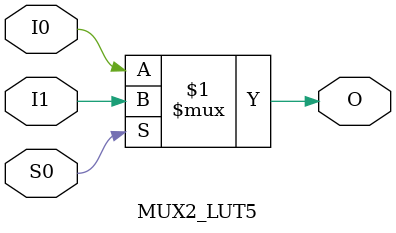
<source format=v>
`ifdef verilator3
`else
`timescale 1 ps / 1 ps
`endif

module MUX2_LUT5
(
    input  I0,
    input  I1,
    input  S0,
    output O
);

    assign O = (S0) ? I1 : I0;

endmodule

</source>
